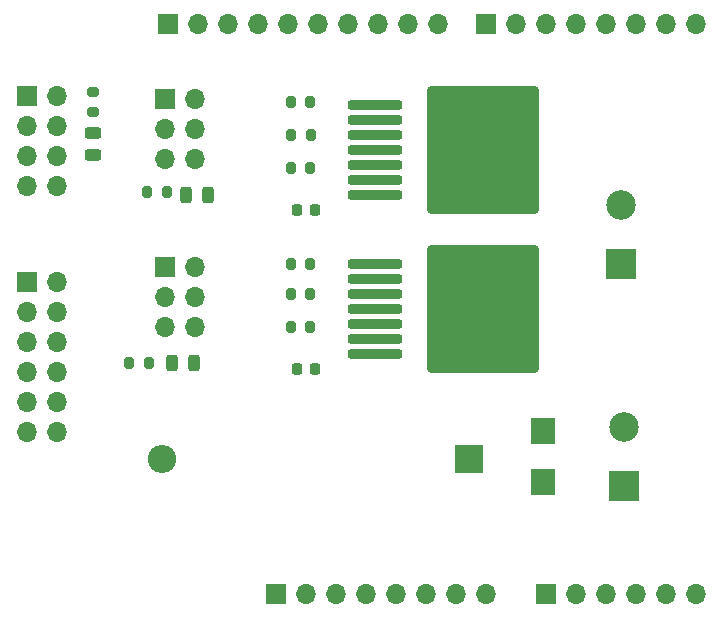
<source format=gbr>
%TF.GenerationSoftware,KiCad,Pcbnew,7.0.1*%
%TF.CreationDate,2023-05-22T01:14:16-06:00*%
%TF.ProjectId,MegaMoto_Driver_Shield,4d656761-4d6f-4746-9f5f-447269766572,rev?*%
%TF.SameCoordinates,Original*%
%TF.FileFunction,Soldermask,Top*%
%TF.FilePolarity,Negative*%
%FSLAX46Y46*%
G04 Gerber Fmt 4.6, Leading zero omitted, Abs format (unit mm)*
G04 Created by KiCad (PCBNEW 7.0.1) date 2023-05-22 01:14:16*
%MOMM*%
%LPD*%
G01*
G04 APERTURE LIST*
G04 Aperture macros list*
%AMRoundRect*
0 Rectangle with rounded corners*
0 $1 Rounding radius*
0 $2 $3 $4 $5 $6 $7 $8 $9 X,Y pos of 4 corners*
0 Add a 4 corners polygon primitive as box body*
4,1,4,$2,$3,$4,$5,$6,$7,$8,$9,$2,$3,0*
0 Add four circle primitives for the rounded corners*
1,1,$1+$1,$2,$3*
1,1,$1+$1,$4,$5*
1,1,$1+$1,$6,$7*
1,1,$1+$1,$8,$9*
0 Add four rect primitives between the rounded corners*
20,1,$1+$1,$2,$3,$4,$5,0*
20,1,$1+$1,$4,$5,$6,$7,0*
20,1,$1+$1,$6,$7,$8,$9,0*
20,1,$1+$1,$8,$9,$2,$3,0*%
G04 Aperture macros list end*
%ADD10R,1.700000X1.700000*%
%ADD11O,1.700000X1.700000*%
%ADD12RoundRect,0.200000X-0.200000X-0.275000X0.200000X-0.275000X0.200000X0.275000X-0.200000X0.275000X0*%
%ADD13RoundRect,0.243750X-0.243750X-0.456250X0.243750X-0.456250X0.243750X0.456250X-0.243750X0.456250X0*%
%ADD14R,2.500000X2.500000*%
%ADD15C,2.500000*%
%ADD16RoundRect,0.200000X0.200000X0.275000X-0.200000X0.275000X-0.200000X-0.275000X0.200000X-0.275000X0*%
%ADD17RoundRect,0.225000X0.225000X0.250000X-0.225000X0.250000X-0.225000X-0.250000X0.225000X-0.250000X0*%
%ADD18RoundRect,0.200000X0.275000X-0.200000X0.275000X0.200000X-0.275000X0.200000X-0.275000X-0.200000X0*%
%ADD19R,2.120000X2.280000*%
%ADD20R,2.400000X2.400000*%
%ADD21O,2.400000X2.400000*%
%ADD22RoundRect,0.200000X-2.100000X-0.200000X2.100000X-0.200000X2.100000X0.200000X-2.100000X0.200000X0*%
%ADD23RoundRect,0.250002X-4.449998X-5.149998X4.449998X-5.149998X4.449998X5.149998X-4.449998X5.149998X0*%
%ADD24RoundRect,0.243750X-0.456250X0.243750X-0.456250X-0.243750X0.456250X-0.243750X0.456250X0.243750X0*%
G04 APERTURE END LIST*
D10*
%TO.C,J1*%
X127940000Y-97460000D03*
D11*
X130480000Y-97460000D03*
X133020000Y-97460000D03*
X135560000Y-97460000D03*
X138100000Y-97460000D03*
X140640000Y-97460000D03*
X143180000Y-97460000D03*
X145720000Y-97460000D03*
%TD*%
D10*
%TO.C,J3*%
X150800000Y-97460000D03*
D11*
X153340000Y-97460000D03*
X155880000Y-97460000D03*
X158420000Y-97460000D03*
X160960000Y-97460000D03*
X163500000Y-97460000D03*
%TD*%
D10*
%TO.C,J2*%
X118796000Y-49200000D03*
D11*
X121336000Y-49200000D03*
X123876000Y-49200000D03*
X126416000Y-49200000D03*
X128956000Y-49200000D03*
X131496000Y-49200000D03*
X134036000Y-49200000D03*
X136576000Y-49200000D03*
X139116000Y-49200000D03*
X141656000Y-49200000D03*
%TD*%
D10*
%TO.C,J4*%
X145720000Y-49200000D03*
D11*
X148260000Y-49200000D03*
X150800000Y-49200000D03*
X153340000Y-49200000D03*
X155880000Y-49200000D03*
X158420000Y-49200000D03*
X160960000Y-49200000D03*
X163500000Y-49200000D03*
%TD*%
D12*
%TO.C,R4*%
X129147000Y-55804000D03*
X130797000Y-55804000D03*
%TD*%
D13*
%TO.C,D2*%
X120320000Y-63678000D03*
X122195000Y-63678000D03*
%TD*%
D14*
%TO.C,J7*%
X157150000Y-69480000D03*
D15*
X157150000Y-64480000D03*
%TD*%
D10*
%TO.C,J8*%
X118537000Y-69789000D03*
D11*
X121077000Y-69789000D03*
X118537000Y-72329000D03*
X121077000Y-72329000D03*
X118537000Y-74869000D03*
X121077000Y-74869000D03*
%TD*%
D10*
%TO.C,J5*%
X106858000Y-55296000D03*
D11*
X109398000Y-55296000D03*
X106858000Y-57836000D03*
X109398000Y-57836000D03*
X106858000Y-60376000D03*
X109398000Y-60376000D03*
X106858000Y-62916000D03*
X109398000Y-62916000D03*
%TD*%
D16*
%TO.C,R8*%
X117018000Y-63424000D03*
X118668000Y-63424000D03*
%TD*%
D17*
%TO.C,C1*%
X131255000Y-64948000D03*
X129705000Y-64948000D03*
%TD*%
D18*
%TO.C,R9*%
X112446000Y-56629000D03*
X112446000Y-54979000D03*
%TD*%
D12*
%TO.C,R1*%
X129210000Y-58598000D03*
X130860000Y-58598000D03*
%TD*%
D10*
%TO.C,J10*%
X106858000Y-71044000D03*
D11*
X109398000Y-71044000D03*
X106858000Y-73584000D03*
X109398000Y-73584000D03*
X106858000Y-76124000D03*
X109398000Y-76124000D03*
X106858000Y-78664000D03*
X109398000Y-78664000D03*
X106858000Y-81204000D03*
X109398000Y-81204000D03*
X106858000Y-83744000D03*
X109398000Y-83744000D03*
%TD*%
D19*
%TO.C,D4*%
X150546000Y-83611000D03*
X150546000Y-87941000D03*
%TD*%
D16*
%TO.C,R6*%
X130797000Y-61392000D03*
X129147000Y-61392000D03*
%TD*%
D20*
%TO.C,C3*%
X144242000Y-86030000D03*
D21*
X118242000Y-86030000D03*
%TD*%
D16*
%TO.C,R7*%
X117144000Y-77902000D03*
X115494000Y-77902000D03*
%TD*%
D17*
%TO.C,C2*%
X131255000Y-78410000D03*
X129705000Y-78410000D03*
%TD*%
D22*
%TO.C,Q1*%
X136322000Y-69520000D03*
X136322000Y-70790000D03*
X136322000Y-72060000D03*
X136322000Y-73330000D03*
X136322000Y-74600000D03*
X136322000Y-75870000D03*
X136322000Y-77140000D03*
D23*
X145472000Y-73330000D03*
%TD*%
D11*
%TO.C,J9*%
X121077000Y-60645000D03*
X118537000Y-60645000D03*
X121077000Y-58105000D03*
X118537000Y-58105000D03*
X121077000Y-55565000D03*
D10*
X118537000Y-55565000D03*
%TD*%
D16*
%TO.C,R5*%
X130797000Y-74854000D03*
X129147000Y-74854000D03*
%TD*%
D24*
%TO.C,D3*%
X112446000Y-58422500D03*
X112446000Y-60297500D03*
%TD*%
D12*
%TO.C,R2*%
X129147000Y-69520000D03*
X130797000Y-69520000D03*
%TD*%
D22*
%TO.C,Q2*%
X136322000Y-56058000D03*
X136322000Y-57328000D03*
X136322000Y-58598000D03*
X136322000Y-59868000D03*
X136322000Y-61138000D03*
X136322000Y-62408000D03*
X136322000Y-63678000D03*
D23*
X145472000Y-59868000D03*
%TD*%
D14*
%TO.C,J6*%
X157404000Y-88276000D03*
D15*
X157404000Y-83276000D03*
%TD*%
D13*
%TO.C,D1*%
X119128500Y-77902000D03*
X121003500Y-77902000D03*
%TD*%
D12*
%TO.C,R3*%
X129147000Y-72060000D03*
X130797000Y-72060000D03*
%TD*%
M02*

</source>
